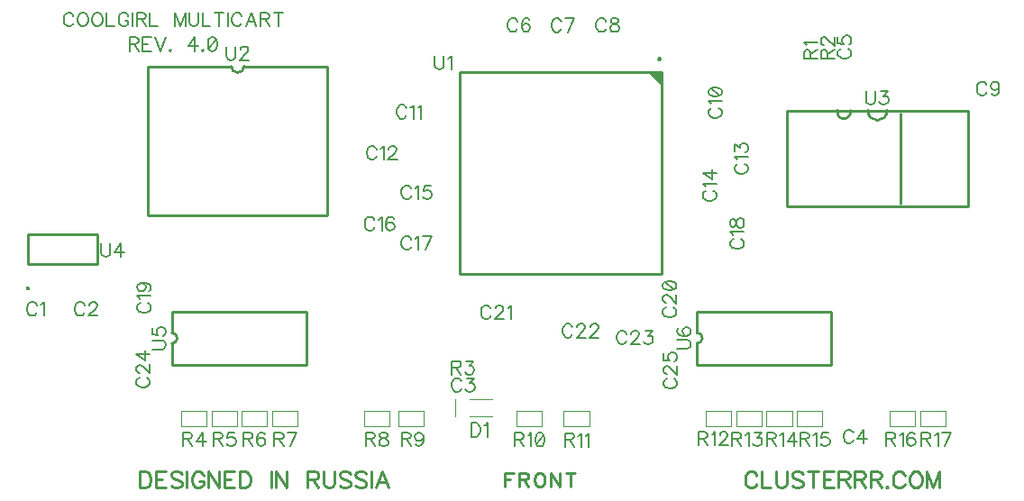
<source format=gbr>
G04 DipTrace 4.0.0.4*
G04 TopSilk.gbr*
%MOIN*%
G04 #@! TF.FileFunction,Legend,Top*
G04 #@! TF.Part,Single*
%ADD10C,0.009843*%
%ADD13C,0.004724*%
%ADD29C,0.003937*%
%ADD75C,0.00772*%
%ADD76C,0.009264*%
%ADD78C,0.010936*%
%FSLAX26Y26*%
G04*
G70*
G90*
G75*
G01*
G04 TopSilk*
%LPD*%
X2188951Y1028322D2*
D13*
X2104699D1*
X2188951Y965329D2*
X2104699D1*
X2050369Y1028715D2*
Y964936D1*
X1037524Y986541D2*
D29*
Y927073D1*
X1131421D1*
Y986541D1*
X1037524D1*
X1150024D2*
Y927073D1*
X1243921D1*
Y986541D1*
X1150024D1*
X1262522D2*
Y927073D1*
X1356420D1*
Y986541D1*
X1262522D1*
X1375024D2*
Y927073D1*
X1468921D1*
Y986541D1*
X1375024D1*
X1715492Y986545D2*
Y927077D1*
X1809390D1*
Y986545D1*
X1715492D1*
X1840492D2*
Y927077D1*
X1934390D1*
Y986545D1*
X1840492D1*
X2278012D2*
Y927077D1*
X2371909D1*
Y986545D1*
X2278012D1*
X2453012D2*
Y927077D1*
X2546909D1*
Y986545D1*
X2453012D1*
X2978012D2*
Y927077D1*
X3071909D1*
Y986545D1*
X2978012D1*
X3090492D2*
Y927077D1*
X3184390D1*
Y986545D1*
X3090492D1*
X3203012D2*
Y927077D1*
X3296909D1*
Y986545D1*
X3203012D1*
X3315492D2*
Y927077D1*
X3409390D1*
Y986545D1*
X3315492D1*
X3659272D2*
Y927077D1*
X3753169D1*
Y986545D1*
X3659272D1*
X3771752D2*
Y927077D1*
X3865650D1*
Y986545D1*
X3771752D1*
X2814552Y2239462D2*
D10*
X2066600D1*
Y1491690D1*
X2814552D1*
Y2239462D1*
G36*
X2798887Y2286775D2*
X2798954Y2287797D1*
X2799154Y2288802D1*
X2799483Y2289772D1*
X2799937Y2290691D1*
X2800506Y2291543D1*
X2801181Y2292313D1*
X2801952Y2292989D1*
X2802803Y2293558D1*
X2803722Y2294011D1*
X2804693Y2294341D1*
X2805697Y2294541D1*
X2806720Y2294608D1*
X2807742Y2294541D1*
X2808747Y2294341D1*
X2809717Y2294011D1*
X2810636Y2293558D1*
X2811488Y2292989D1*
X2812258Y2292313D1*
X2812934Y2291543D1*
X2813503Y2290691D1*
X2813956Y2289772D1*
X2814286Y2288802D1*
X2814485Y2287797D1*
X2814552Y2286775D1*
Y2286684D1*
X2814485Y2285662D1*
X2814286Y2284657D1*
X2813956Y2283687D1*
X2813503Y2282768D1*
X2812934Y2281916D1*
X2812258Y2281146D1*
X2811488Y2280470D1*
X2810636Y2279901D1*
X2809717Y2279448D1*
X2808747Y2279119D1*
X2807742Y2278919D1*
X2806720Y2278852D1*
X2805697Y2278919D1*
X2804693Y2279119D1*
X2803722Y2279448D1*
X2802803Y2279901D1*
X2801952Y2280470D1*
X2801181Y2281146D1*
X2800506Y2281916D1*
X2799937Y2282768D1*
X2799483Y2283687D1*
X2799154Y2284657D1*
X2798954Y2285662D1*
X2798887Y2286684D1*
Y2286775D1*
G37*
G36*
X2814552Y2239462D2*
X2763391D1*
X2814552Y2188391D1*
Y2239462D1*
G37*
X916186Y2259930D2*
D10*
Y1708720D1*
X1577467D1*
Y2259930D1*
X1270425D1*
X916186D2*
X1223228D1*
G03X1270425Y2259930I23598J-49D01*
G01*
X3698862Y1751238D2*
Y2085902D1*
X3701597Y2095753D2*
X3512562D1*
X3465407D2*
G03X3512562Y2095753I23577J-5634D01*
G01*
X3278360D2*
X3278277Y1743937D1*
X3278360Y1741386D2*
X3947650D1*
X3947899Y1744220D2*
X3947650Y2095753D1*
X3648475D1*
X3577535D2*
X3278360D1*
X3577535D2*
G03X3648475Y2095753I35470J33D01*
G01*
G36*
X478773Y1437773D2*
X478707Y1436768D1*
X478511Y1435780D1*
X478187Y1434825D1*
X477741Y1433922D1*
X477181Y1433084D1*
X476517Y1432327D1*
X475760Y1431662D1*
X474922Y1431103D1*
X474018Y1430657D1*
X473064Y1430333D1*
X472076Y1430137D1*
X471071Y1430071D1*
X470066Y1430137D1*
X469077Y1430333D1*
X468123Y1430657D1*
X467220Y1431103D1*
X466382Y1431662D1*
X465625Y1432327D1*
X464960Y1433084D1*
X464401Y1433922D1*
X463955Y1434826D1*
X463631Y1435780D1*
X463435Y1436768D1*
X463369Y1437773D1*
Y1437799D1*
X463435Y1438805D1*
X463631Y1439793D1*
X463955Y1440747D1*
X464401Y1441650D1*
X464960Y1442488D1*
X465625Y1443245D1*
X466382Y1443910D1*
X467220Y1444469D1*
X468123Y1444915D1*
X469077Y1445239D1*
X470066Y1445435D1*
X471071Y1445501D1*
X472076Y1445435D1*
X473064Y1445239D1*
X474018Y1444915D1*
X474922Y1444469D1*
X475760Y1443910D1*
X476517Y1443245D1*
X477181Y1442488D1*
X477741Y1441650D1*
X478187Y1440747D1*
X478511Y1439793D1*
X478707Y1438805D1*
X478773Y1437799D1*
Y1437773D1*
G37*
X470031Y1527035D2*
D10*
X729862D1*
X470031Y1637272D2*
X729862D1*
Y1527035D2*
Y1637272D1*
X470031Y1527035D2*
Y1637272D1*
X1003912Y1156000D2*
X1499957D1*
Y1352832D1*
X1003912D1*
Y1274085D1*
Y1156000D2*
Y1234747D1*
G03X1003912Y1274085I24J19669D01*
G01*
X2945678Y1155993D2*
X3441723D1*
Y1352825D1*
X2945678D1*
Y1274079D1*
Y1155993D2*
Y1234740D1*
G03X2945678Y1274079I24J19669D01*
G01*
X885833Y760850D2*
D76*
Y700562D1*
X905929D1*
X914551Y703481D1*
X920321Y709184D1*
X923173Y714955D1*
X926025Y723510D1*
Y737902D1*
X923173Y746524D1*
X920321Y752228D1*
X914551Y757998D1*
X905929Y760850D1*
X885833D1*
X981825D2*
X944552D1*
Y700562D1*
X981825D1*
X944552Y732132D2*
X967500D1*
X1040545Y752228D2*
X1034841Y757998D1*
X1026219Y760850D1*
X1014745D1*
X1006123Y757998D1*
X1000353Y752228D1*
Y746524D1*
X1003271Y740754D1*
X1006123Y737902D1*
X1011826Y735051D1*
X1029071Y729280D1*
X1034841Y726428D1*
X1037693Y723510D1*
X1040545Y717806D1*
Y709184D1*
X1034841Y703481D1*
X1026219Y700562D1*
X1014745D1*
X1006123Y703481D1*
X1000353Y709184D1*
X1059072Y760850D2*
Y700562D1*
X1120643Y746524D2*
X1117791Y752228D1*
X1112021Y757998D1*
X1106317Y760850D1*
X1094843D1*
X1089073Y757998D1*
X1083369Y752228D1*
X1080451Y746524D1*
X1077599Y737902D1*
Y723510D1*
X1080451Y714955D1*
X1083369Y709184D1*
X1089073Y703481D1*
X1094843Y700562D1*
X1106317D1*
X1112021Y703481D1*
X1117791Y709184D1*
X1120643Y714955D1*
Y723510D1*
X1106317D1*
X1179362Y760850D2*
Y700562D1*
X1139170Y760850D1*
Y700562D1*
X1235163Y760850D2*
X1197889D1*
Y700562D1*
X1235163D1*
X1197889Y732132D2*
X1220837D1*
X1253690Y760850D2*
Y700562D1*
X1273786D1*
X1282408Y703481D1*
X1288178Y709184D1*
X1291030Y714955D1*
X1293882Y723510D1*
Y737902D1*
X1291030Y746524D1*
X1288178Y752228D1*
X1282408Y757998D1*
X1273786Y760850D1*
X1253690D1*
X1370730D2*
Y700562D1*
X1429449Y760850D2*
Y700562D1*
X1389257Y760850D1*
Y700562D1*
X1506297Y732132D2*
X1532097D1*
X1540719Y735051D1*
X1543637Y737902D1*
X1546489Y743606D1*
Y749376D1*
X1543637Y755080D1*
X1540719Y757998D1*
X1532097Y760850D1*
X1506297D1*
Y700562D1*
X1526393Y732132D2*
X1546489Y700562D1*
X1565016Y760850D2*
Y717806D1*
X1567868Y709184D1*
X1573638Y703481D1*
X1582261Y700562D1*
X1587964D1*
X1596586Y703481D1*
X1602357Y709184D1*
X1605208Y717806D1*
Y760850D1*
X1663928Y752228D2*
X1658224Y757998D1*
X1649602Y760850D1*
X1638128D1*
X1629506Y757998D1*
X1623736Y752228D1*
Y746524D1*
X1626654Y740754D1*
X1629506Y737902D1*
X1635209Y735051D1*
X1652454Y729280D1*
X1658224Y726428D1*
X1661076Y723510D1*
X1663928Y717806D1*
Y709184D1*
X1658224Y703481D1*
X1649602Y700562D1*
X1638128D1*
X1629506Y703481D1*
X1623736Y709184D1*
X1722647Y752228D2*
X1716943Y757998D1*
X1708321Y760850D1*
X1696847D1*
X1688225Y757998D1*
X1682455Y752228D1*
Y746524D1*
X1685373Y740754D1*
X1688225Y737902D1*
X1693929Y735051D1*
X1711173Y729280D1*
X1716943Y726428D1*
X1719795Y723510D1*
X1722647Y717806D1*
Y709184D1*
X1716943Y703481D1*
X1708321Y700562D1*
X1696847D1*
X1688225Y703481D1*
X1682455Y709184D1*
X1741174Y760850D2*
Y700562D1*
X1805663D2*
X1782649Y760850D1*
X1759701Y700562D1*
X1768323Y720658D2*
X1797041D1*
X3166378Y746526D2*
X3163526Y752230D1*
X3157756Y758000D1*
X3152052Y760852D1*
X3140578D1*
X3134808Y758000D1*
X3129104Y752230D1*
X3126186Y746526D1*
X3123334Y737904D1*
Y723512D1*
X3126186Y714956D1*
X3129104Y709186D1*
X3134808Y703482D1*
X3140578Y700564D1*
X3152052D1*
X3157756Y703482D1*
X3163526Y709186D1*
X3166378Y714956D1*
X3184905Y760852D2*
Y700564D1*
X3219327D1*
X3237854Y760852D2*
Y717808D1*
X3240706Y709186D1*
X3246476Y703482D1*
X3255098Y700564D1*
X3260802D1*
X3269424Y703482D1*
X3275194Y709186D1*
X3278046Y717808D1*
Y760852D1*
X3336765Y752230D2*
X3331061Y758000D1*
X3322439Y760852D1*
X3310965D1*
X3302343Y758000D1*
X3296573Y752230D1*
Y746526D1*
X3299491Y740756D1*
X3302343Y737904D1*
X3308047Y735052D1*
X3325291Y729282D1*
X3331061Y726430D1*
X3333913Y723512D1*
X3336765Y717808D1*
Y709186D1*
X3331061Y703482D1*
X3322439Y700564D1*
X3310965D1*
X3302343Y703482D1*
X3296573Y709186D1*
X3375388Y760852D2*
Y700564D1*
X3355292Y760852D2*
X3395484D1*
X3451285D2*
X3414011D1*
Y700564D1*
X3451285D1*
X3414011Y732134D2*
X3436959D1*
X3469812D2*
X3495612D1*
X3504234Y735052D1*
X3507152Y737904D1*
X3510004Y743608D1*
Y749378D1*
X3507152Y755082D1*
X3504234Y758000D1*
X3495612Y760852D1*
X3469812D1*
Y700564D1*
X3489908Y732134D2*
X3510004Y700564D1*
X3528531Y732134D2*
X3554331D1*
X3562953Y735052D1*
X3565871Y737904D1*
X3568723Y743608D1*
Y749378D1*
X3565871Y755082D1*
X3562953Y758000D1*
X3554331Y760852D1*
X3528531D1*
Y700564D1*
X3548627Y732134D2*
X3568723Y700564D1*
X3587250Y732134D2*
X3613050D1*
X3621672Y735052D1*
X3624590Y737904D1*
X3627442Y743608D1*
Y749378D1*
X3624590Y755082D1*
X3621672Y758000D1*
X3613050Y760852D1*
X3587250D1*
Y700564D1*
X3607346Y732134D2*
X3627442Y700564D1*
X3648821Y706334D2*
X3645969Y703416D1*
X3648821Y700564D1*
X3651739Y703416D1*
X3648821Y706334D1*
X3713310Y746526D2*
X3710459Y752230D1*
X3704688Y758000D1*
X3698985Y760852D1*
X3687511D1*
X3681741Y758000D1*
X3676037Y752230D1*
X3673118Y746526D1*
X3670267Y737904D1*
Y723512D1*
X3673118Y714956D1*
X3676037Y709186D1*
X3681741Y703482D1*
X3687511Y700564D1*
X3698985D1*
X3704688Y703482D1*
X3710459Y709186D1*
X3713310Y714956D1*
X3749082Y760852D2*
X3743312Y758000D1*
X3737608Y752230D1*
X3734689Y746526D1*
X3731838Y737904D1*
Y723512D1*
X3734689Y714956D1*
X3737608Y709186D1*
X3743312Y703482D1*
X3749082Y700564D1*
X3760556D1*
X3766259Y703482D1*
X3772030Y709186D1*
X3774881Y714956D1*
X3777733Y723512D1*
Y737904D1*
X3774881Y746526D1*
X3772030Y752230D1*
X3766259Y758000D1*
X3760556Y760852D1*
X3749082D1*
X3842156Y700564D2*
Y760852D1*
X3819208Y700564D1*
X3796260Y760852D1*
Y700564D1*
X639682Y2446056D2*
D75*
X637306Y2450809D1*
X632497Y2455617D1*
X627744Y2457994D1*
X618183D1*
X613374Y2455617D1*
X608621Y2450809D1*
X606189Y2446056D1*
X603813Y2438871D1*
Y2426877D1*
X606189Y2419748D1*
X608621Y2414939D1*
X613374Y2410186D1*
X618183Y2407754D1*
X627744D1*
X632497Y2410186D1*
X637306Y2414939D1*
X639682Y2419748D1*
X669492Y2457994D2*
X664683Y2455617D1*
X659930Y2450809D1*
X657498Y2446056D1*
X655122Y2438871D1*
Y2426877D1*
X657498Y2419748D1*
X659930Y2414939D1*
X664683Y2410186D1*
X669492Y2407754D1*
X679053D1*
X683807Y2410186D1*
X688615Y2414939D1*
X690992Y2419748D1*
X693368Y2426877D1*
Y2438871D1*
X690992Y2446056D1*
X688615Y2450809D1*
X683807Y2455617D1*
X679053Y2457994D1*
X669492D1*
X723178D2*
X718369Y2455617D1*
X713616Y2450809D1*
X711184Y2446056D1*
X708808Y2438871D1*
Y2426877D1*
X711184Y2419748D1*
X713616Y2414939D1*
X718369Y2410186D1*
X723178Y2407754D1*
X732739D1*
X737492Y2410186D1*
X742301Y2414939D1*
X744677Y2419748D1*
X747054Y2426877D1*
Y2438871D1*
X744677Y2446056D1*
X742301Y2450809D1*
X737492Y2455617D1*
X732739Y2457994D1*
X723178D1*
X762493D2*
Y2407754D1*
X791178D1*
X842487Y2446056D2*
X840111Y2450809D1*
X835302Y2455617D1*
X830549Y2457994D1*
X820987D1*
X816179Y2455617D1*
X811426Y2450809D1*
X808994Y2446056D1*
X806617Y2438871D1*
Y2426877D1*
X808994Y2419748D1*
X811426Y2414939D1*
X816179Y2410186D1*
X820987Y2407754D1*
X830549D1*
X835302Y2410186D1*
X840111Y2414939D1*
X842487Y2419748D1*
Y2426877D1*
X830549D1*
X857927Y2457994D2*
Y2407754D1*
X873366Y2434062D2*
X894866D1*
X902051Y2436494D1*
X904483Y2438871D1*
X906859Y2443624D1*
Y2448432D1*
X904483Y2453186D1*
X902051Y2455617D1*
X894866Y2457994D1*
X873366D1*
Y2407754D1*
X890112Y2434062D2*
X906859Y2407754D1*
X922298Y2457994D2*
Y2407754D1*
X950983D1*
X1053270D2*
Y2457994D1*
X1034147Y2407754D1*
X1015024Y2457994D1*
Y2407754D1*
X1068709Y2457994D2*
Y2422124D1*
X1071086Y2414939D1*
X1075894Y2410186D1*
X1083079Y2407754D1*
X1087833D1*
X1095018Y2410186D1*
X1099826Y2414939D1*
X1102203Y2422124D1*
Y2457994D1*
X1117642D2*
Y2407754D1*
X1146327D1*
X1178513Y2457994D2*
Y2407754D1*
X1161766Y2457994D2*
X1195259D1*
X1210699D2*
Y2407754D1*
X1262008Y2446056D2*
X1259631Y2450809D1*
X1254823Y2455617D1*
X1250070Y2457994D1*
X1240508D1*
X1235699Y2455617D1*
X1230946Y2450809D1*
X1228514Y2446056D1*
X1226138Y2438871D1*
Y2426877D1*
X1228514Y2419748D1*
X1230946Y2414939D1*
X1235699Y2410186D1*
X1240508Y2407754D1*
X1250070D1*
X1254823Y2410186D1*
X1259631Y2414939D1*
X1262008Y2419748D1*
X1315749Y2407754D2*
X1296570Y2457994D1*
X1277447Y2407754D1*
X1284632Y2424501D2*
X1308564D1*
X1331188Y2434062D2*
X1352688D1*
X1359873Y2436494D1*
X1362305Y2438871D1*
X1364681Y2443624D1*
Y2448432D1*
X1362305Y2453186D1*
X1359873Y2455617D1*
X1352688Y2457994D1*
X1331188D1*
Y2407754D1*
X1347935Y2434062D2*
X1364681Y2407754D1*
X1396867Y2457994D2*
Y2407754D1*
X1380121Y2457994D2*
X1413614D1*
X847204Y2343032D2*
X868704D1*
X875889Y2345463D1*
X878321Y2347840D1*
X880698Y2352593D1*
Y2357402D1*
X878321Y2362155D1*
X875889Y2364587D1*
X868704Y2366963D1*
X847204D1*
Y2316723D1*
X863951Y2343032D2*
X880698Y2316723D1*
X927198Y2366963D2*
X896137D1*
Y2316723D1*
X927198D1*
X896137Y2343032D2*
X915260D1*
X942638Y2366963D2*
X961761Y2316723D1*
X980884Y2366963D1*
X998700Y2321532D2*
X996323Y2319100D1*
X998700Y2316723D1*
X1001132Y2319100D1*
X998700Y2321532D1*
X1089104Y2316723D2*
Y2366908D1*
X1065172Y2333470D1*
X1101042D1*
X1118858Y2321532D2*
X1116481Y2319100D1*
X1118858Y2316723D1*
X1121290Y2319100D1*
X1118858Y2321532D1*
X1151099Y2366908D2*
X1143914Y2364531D1*
X1139105Y2357346D1*
X1136729Y2345408D1*
Y2338223D1*
X1139105Y2326285D1*
X1143914Y2319100D1*
X1151099Y2316723D1*
X1155852D1*
X1163037Y2319100D1*
X1167790Y2326285D1*
X1170222Y2338223D1*
Y2345408D1*
X1167790Y2357346D1*
X1163037Y2364531D1*
X1155852Y2366908D1*
X1151099D1*
X1167790Y2357346D2*
X1139105Y2326285D1*
X2267493Y755211D2*
D78*
X2236376D1*
Y704971D1*
Y731280D2*
X2255499D1*
X2289365D2*
X2310865D1*
X2318050Y733711D1*
X2320482Y736088D1*
X2322859Y740841D1*
Y745650D1*
X2320482Y750403D1*
X2318050Y752835D1*
X2310865Y755211D1*
X2289365D1*
Y704971D1*
X2306112Y731280D2*
X2322859Y704971D1*
X2359101Y755211D2*
X2354292Y752835D1*
X2349539Y748026D1*
X2347107Y743273D1*
X2344731Y736088D1*
Y724095D1*
X2347107Y716965D1*
X2349539Y712156D1*
X2354292Y707403D1*
X2359101Y704971D1*
X2368663D1*
X2373416Y707403D1*
X2378224Y712156D1*
X2380601Y716965D1*
X2382977Y724095D1*
Y736088D1*
X2380601Y743273D1*
X2378224Y748026D1*
X2373416Y752835D1*
X2368663Y755211D1*
X2359101D1*
X2438343D2*
Y704971D1*
X2404850Y755211D1*
Y704971D1*
X2476962Y755211D2*
Y704971D1*
X2460215Y755211D2*
X2493709D1*
X504170Y1375925D2*
D75*
X501793Y1380678D1*
X496985Y1385487D1*
X492232Y1387863D1*
X482670D1*
X477862Y1385487D1*
X473109Y1380678D1*
X470677Y1375925D1*
X468300Y1368740D1*
Y1356747D1*
X470677Y1349617D1*
X473109Y1344809D1*
X477862Y1340055D1*
X482670Y1337623D1*
X492232D1*
X496985Y1340055D1*
X501793Y1344809D1*
X504170Y1349617D1*
X519609Y1378247D2*
X524418Y1380678D1*
X531603Y1387808D1*
Y1337623D1*
X680920Y1375925D2*
X678544Y1380678D1*
X673735Y1385487D1*
X668982Y1387863D1*
X659420D1*
X654612Y1385487D1*
X649859Y1380678D1*
X647427Y1375925D1*
X645050Y1368740D1*
Y1356747D1*
X647427Y1349617D1*
X649859Y1344809D1*
X654612Y1340055D1*
X659420Y1337623D1*
X668982D1*
X673735Y1340055D1*
X678544Y1344809D1*
X680920Y1349617D1*
X698791Y1375870D2*
Y1378247D1*
X701168Y1383055D1*
X703544Y1385432D1*
X708353Y1387808D1*
X717914D1*
X722668Y1385432D1*
X725044Y1383055D1*
X727476Y1378247D1*
Y1373493D1*
X725044Y1368685D1*
X720291Y1361555D1*
X696359Y1337623D1*
X729853D1*
X2074310Y1094428D2*
X2071933Y1099181D1*
X2067125Y1103990D1*
X2062372Y1106366D1*
X2052810D1*
X2048002Y1103990D1*
X2043248Y1099181D1*
X2040817Y1094428D1*
X2038440Y1087243D1*
Y1075249D1*
X2040817Y1068120D1*
X2043248Y1063311D1*
X2048002Y1058558D1*
X2052810Y1056126D1*
X2062372D1*
X2067125Y1058558D1*
X2071933Y1063311D1*
X2074310Y1068120D1*
X2094558Y1106311D2*
X2120811D1*
X2106496Y1087188D1*
X2113681D1*
X2118434Y1084811D1*
X2120811Y1082434D1*
X2123242Y1075249D1*
Y1070496D1*
X2120811Y1063311D1*
X2116057Y1058503D1*
X2108872Y1056126D1*
X2101687D1*
X2094558Y1058503D1*
X2092181Y1060935D1*
X2089749Y1065688D1*
X3523481Y903706D2*
X3521105Y908459D1*
X3516296Y913268D1*
X3511543Y915644D1*
X3501981D1*
X3497173Y913268D1*
X3492420Y908459D1*
X3489988Y903706D1*
X3487611Y896521D1*
Y884528D1*
X3489988Y877398D1*
X3492420Y872589D1*
X3497173Y867836D1*
X3501981Y865404D1*
X3511543D1*
X3516296Y867836D1*
X3521105Y872589D1*
X3523481Y877398D1*
X3562852Y865404D2*
Y915589D1*
X3538920Y882151D1*
X3574790D1*
X3478010Y2324668D2*
X3473257Y2322292D1*
X3468449Y2317483D1*
X3466072Y2312730D1*
Y2303168D1*
X3468449Y2298360D1*
X3473257Y2293607D1*
X3478010Y2291175D1*
X3485195Y2288798D1*
X3497189D1*
X3504319Y2291175D1*
X3509127Y2293607D1*
X3513880Y2298360D1*
X3516312Y2303168D1*
Y2312730D1*
X3513880Y2317483D1*
X3509127Y2322292D1*
X3504319Y2324668D1*
X3466127Y2368792D2*
Y2344916D1*
X3487627Y2342539D1*
X3485251Y2344916D1*
X3482819Y2352101D1*
Y2359231D1*
X3485251Y2366416D1*
X3490004Y2371224D1*
X3497189Y2373601D1*
X3501942D1*
X3509127Y2371224D1*
X3513936Y2366416D1*
X3516312Y2359231D1*
Y2352101D1*
X3513936Y2344916D1*
X3511504Y2342539D1*
X3506751Y2340107D1*
X2282136Y2425581D2*
X2279759Y2430335D1*
X2274951Y2435143D1*
X2270198Y2437520D1*
X2260636D1*
X2255828Y2435143D1*
X2251075Y2430335D1*
X2248643Y2425581D1*
X2246266Y2418396D1*
Y2406403D1*
X2248643Y2399273D1*
X2251075Y2394465D1*
X2255828Y2389712D1*
X2260636Y2387280D1*
X2270198D1*
X2274951Y2389712D1*
X2279759Y2394465D1*
X2282136Y2399273D1*
X2326260Y2430335D2*
X2323884Y2435088D1*
X2316699Y2437464D1*
X2311945D1*
X2304760Y2435088D1*
X2299952Y2427903D1*
X2297575Y2415965D1*
Y2404026D1*
X2299952Y2394465D1*
X2304760Y2389656D1*
X2311945Y2387280D1*
X2314322D1*
X2321452Y2389656D1*
X2326260Y2394465D1*
X2328637Y2401650D1*
Y2404026D1*
X2326260Y2411211D1*
X2321452Y2415965D1*
X2314322Y2418341D1*
X2311945D1*
X2304760Y2415965D1*
X2299952Y2411211D1*
X2297575Y2404026D1*
X2443420Y2425016D2*
X2441044Y2429769D1*
X2436235Y2434577D1*
X2431482Y2436954D1*
X2421920D1*
X2417112Y2434577D1*
X2412359Y2429769D1*
X2409927Y2425016D1*
X2407550Y2417831D1*
Y2405837D1*
X2409927Y2398708D1*
X2412359Y2393899D1*
X2417112Y2389146D1*
X2421920Y2386714D1*
X2431482D1*
X2436235Y2389146D1*
X2441044Y2393899D1*
X2443420Y2398708D1*
X2468421Y2386714D2*
X2492353Y2436899D1*
X2458859D1*
X2609072Y2425581D2*
X2606696Y2430335D1*
X2601887Y2435143D1*
X2597134Y2437520D1*
X2587573D1*
X2582764Y2435143D1*
X2578011Y2430335D1*
X2575579Y2425581D1*
X2573202Y2418396D1*
Y2406403D1*
X2575579Y2399273D1*
X2578011Y2394465D1*
X2582764Y2389712D1*
X2587573Y2387280D1*
X2597134D1*
X2601887Y2389712D1*
X2606696Y2394465D1*
X2609072Y2399273D1*
X2636450Y2437464D2*
X2629320Y2435088D1*
X2626888Y2430335D1*
Y2425526D1*
X2629320Y2420773D1*
X2634073Y2418341D1*
X2643635Y2415965D1*
X2650820Y2413588D1*
X2655573Y2408780D1*
X2657950Y2404026D1*
Y2396841D1*
X2655573Y2392088D1*
X2653197Y2389656D1*
X2646012Y2387280D1*
X2636450D1*
X2629320Y2389656D1*
X2626888Y2392088D1*
X2624512Y2396841D1*
Y2404026D1*
X2626888Y2408780D1*
X2631697Y2413588D1*
X2638826Y2415965D1*
X2648388Y2418341D1*
X2653197Y2420773D1*
X2655573Y2425526D1*
Y2430335D1*
X2653197Y2435088D1*
X2646012Y2437464D1*
X2636450D1*
X4016484Y2190639D2*
X4014107Y2195392D1*
X4009299Y2200201D1*
X4004546Y2202577D1*
X3994984D1*
X3990175Y2200201D1*
X3985422Y2195392D1*
X3982990Y2190639D1*
X3980614Y2183454D1*
Y2171461D1*
X3982990Y2164331D1*
X3985422Y2159522D1*
X3990175Y2154769D1*
X3994984Y2152337D1*
X4004546D1*
X4009299Y2154769D1*
X4014107Y2159522D1*
X4016484Y2164331D1*
X4063040Y2185831D2*
X4060608Y2178646D1*
X4055855Y2173837D1*
X4048670Y2171461D1*
X4046293D1*
X4039108Y2173837D1*
X4034355Y2178646D1*
X4031923Y2185831D1*
Y2188207D1*
X4034355Y2195392D1*
X4039108Y2200146D1*
X4046293Y2202522D1*
X4048670D1*
X4055855Y2200146D1*
X4060608Y2195392D1*
X4063040Y2185831D1*
Y2173837D1*
X4060608Y2161899D1*
X4055855Y2154714D1*
X4048670Y2152337D1*
X4043916D1*
X4036731Y2154714D1*
X4034355Y2159522D1*
X2999495Y2105511D2*
X2994741Y2103134D1*
X2989933Y2098326D1*
X2987556Y2093573D1*
Y2084011D1*
X2989933Y2079203D1*
X2994741Y2074449D1*
X2999495Y2072017D1*
X3006680Y2069641D1*
X3018673D1*
X3025803Y2072017D1*
X3030611Y2074449D1*
X3035365Y2079203D1*
X3037796Y2084011D1*
Y2093573D1*
X3035365Y2098326D1*
X3030611Y2103134D1*
X3025803Y2105511D1*
X2997173Y2120950D2*
X2994741Y2125759D1*
X2987612Y2132944D1*
X3037796D1*
X2987612Y2162753D2*
X2989988Y2155568D1*
X2997173Y2150759D1*
X3009112Y2148383D1*
X3016297D1*
X3028235Y2150759D1*
X3035420Y2155568D1*
X3037796Y2162753D1*
Y2167506D1*
X3035420Y2174691D1*
X3028235Y2179444D1*
X3016297Y2181876D1*
X3009112D1*
X2997173Y2179444D1*
X2989988Y2174691D1*
X2987612Y2167506D1*
Y2162753D1*
X2997173Y2179444D2*
X3028235Y2150759D1*
X1870954Y2104865D2*
X1868577Y2109618D1*
X1863769Y2114427D1*
X1859015Y2116803D1*
X1849454D1*
X1844645Y2114427D1*
X1839892Y2109618D1*
X1837460Y2104865D1*
X1835084Y2097680D1*
Y2085686D1*
X1837460Y2078557D1*
X1839892Y2073748D1*
X1844645Y2068995D1*
X1849454Y2066563D1*
X1859015D1*
X1863769Y2068995D1*
X1868577Y2073748D1*
X1870954Y2078557D1*
X1886393Y2107186D2*
X1891201Y2109618D1*
X1898386Y2116748D1*
Y2066563D1*
X1913826Y2107186D2*
X1918634Y2109618D1*
X1925819Y2116748D1*
Y2066563D1*
X1760326Y1953400D2*
X1757949Y1958154D1*
X1753141Y1962962D1*
X1748388Y1965339D1*
X1738826D1*
X1734017Y1962962D1*
X1729264Y1958154D1*
X1726832Y1953400D1*
X1724456Y1946215D1*
Y1934222D1*
X1726832Y1927092D1*
X1729264Y1922284D1*
X1734017Y1917530D1*
X1738826Y1915099D1*
X1748388D1*
X1753141Y1917530D1*
X1757949Y1922284D1*
X1760326Y1927092D1*
X1775765Y1955722D2*
X1780573Y1958154D1*
X1787759Y1965283D1*
Y1915099D1*
X1805630Y1953345D2*
Y1955722D1*
X1808006Y1960530D1*
X1810383Y1962907D1*
X1815191Y1965283D1*
X1824753D1*
X1829506Y1962907D1*
X1831883Y1960530D1*
X1834315Y1955722D1*
Y1950968D1*
X1831883Y1946160D1*
X1827129Y1939030D1*
X1803198Y1915099D1*
X1836691D1*
X3096195Y1898454D2*
X3091442Y1896078D1*
X3086634Y1891269D1*
X3084257Y1886516D1*
Y1876955D1*
X3086634Y1872146D1*
X3091442Y1867393D1*
X3096195Y1864961D1*
X3103380Y1862584D1*
X3115374D1*
X3122504Y1864961D1*
X3127312Y1867393D1*
X3132065Y1872146D1*
X3134497Y1876955D1*
Y1886516D1*
X3132065Y1891269D1*
X3127312Y1896078D1*
X3122504Y1898454D1*
X3093874Y1913894D2*
X3091442Y1918702D1*
X3084313Y1925887D1*
X3134497D1*
X3084313Y1946135D2*
Y1972388D1*
X3103436Y1958073D1*
Y1965258D1*
X3105812Y1970011D1*
X3108189Y1972388D1*
X3115374Y1974820D1*
X3120127D1*
X3127312Y1972388D1*
X3132121Y1967635D1*
X3134497Y1960450D1*
Y1953265D1*
X3132121Y1946135D1*
X3129689Y1943758D1*
X3124936Y1941326D1*
X2979174Y1799225D2*
X2974421Y1796849D1*
X2969613Y1792040D1*
X2967236Y1787287D1*
Y1777726D1*
X2969613Y1772917D1*
X2974421Y1768164D1*
X2979174Y1765732D1*
X2986359Y1763355D1*
X2998353D1*
X3005483Y1765732D1*
X3010291Y1768164D1*
X3015044Y1772917D1*
X3017476Y1777726D1*
Y1787287D1*
X3015044Y1792040D1*
X3010291Y1796849D1*
X3005483Y1799225D1*
X2976853Y1814665D2*
X2974421Y1819473D1*
X2967292Y1826658D1*
X3017476D1*
Y1866029D2*
X2967292D1*
X3000730Y1842097D1*
Y1877967D1*
X1889079Y1806831D2*
X1886702Y1811584D1*
X1881894Y1816392D1*
X1877141Y1818769D1*
X1867579D1*
X1862771Y1816392D1*
X1858018Y1811584D1*
X1855586Y1806831D1*
X1853209Y1799646D1*
Y1787652D1*
X1855586Y1780522D1*
X1858018Y1775714D1*
X1862771Y1770961D1*
X1867579Y1768529D1*
X1877141D1*
X1881894Y1770961D1*
X1886702Y1775714D1*
X1889079Y1780522D1*
X1904518Y1809152D2*
X1909327Y1811584D1*
X1916512Y1818714D1*
Y1768529D1*
X1960636Y1818714D2*
X1936760D1*
X1934383Y1797214D1*
X1936760Y1799590D1*
X1943945Y1802022D1*
X1951074D1*
X1958259Y1799590D1*
X1963068Y1794837D1*
X1965444Y1787652D1*
Y1782899D1*
X1963068Y1775714D1*
X1958259Y1770906D1*
X1951074Y1768529D1*
X1943945D1*
X1936760Y1770906D1*
X1934383Y1773337D1*
X1931951Y1778091D1*
X1752794Y1690642D2*
X1750417Y1695395D1*
X1745609Y1700203D1*
X1740855Y1702580D1*
X1731294D1*
X1726485Y1700203D1*
X1721732Y1695395D1*
X1719300Y1690642D1*
X1716924Y1683457D1*
Y1671463D1*
X1719300Y1664334D1*
X1721732Y1659525D1*
X1726485Y1654772D1*
X1731294Y1652340D1*
X1740855D1*
X1745609Y1654772D1*
X1750417Y1659525D1*
X1752794Y1664334D1*
X1768233Y1692963D2*
X1773041Y1695395D1*
X1780226Y1702525D1*
Y1652340D1*
X1824351Y1695395D2*
X1821974Y1700148D1*
X1814789Y1702525D1*
X1810036D1*
X1802851Y1700148D1*
X1798042Y1692963D1*
X1795666Y1681025D1*
Y1669087D1*
X1798042Y1659525D1*
X1802851Y1654717D1*
X1810036Y1652340D1*
X1812412D1*
X1819542Y1654717D1*
X1824351Y1659525D1*
X1826727Y1666710D1*
Y1669087D1*
X1824351Y1676272D1*
X1819542Y1681025D1*
X1812412Y1683402D1*
X1810036D1*
X1802851Y1681025D1*
X1798042Y1676272D1*
X1795666Y1669087D1*
X1889078Y1619331D2*
X1886701Y1624084D1*
X1881893Y1628892D1*
X1877140Y1631269D1*
X1867578D1*
X1862769Y1628892D1*
X1858016Y1624084D1*
X1855584Y1619331D1*
X1853208Y1612146D1*
Y1600152D1*
X1855584Y1593022D1*
X1858016Y1588214D1*
X1862769Y1583461D1*
X1867578Y1581029D1*
X1877140D1*
X1881893Y1583461D1*
X1886701Y1588214D1*
X1889078Y1593022D1*
X1904517Y1621652D2*
X1909325Y1624084D1*
X1916510Y1631214D1*
Y1581029D1*
X1941511D2*
X1965443Y1631214D1*
X1931950D1*
X3080829Y1620447D2*
X3076076Y1618070D1*
X3071268Y1613262D1*
X3068891Y1608508D1*
Y1598947D1*
X3071268Y1594138D1*
X3076076Y1589385D1*
X3080829Y1586953D1*
X3088014Y1584577D1*
X3100008D1*
X3107138Y1586953D1*
X3111946Y1589385D1*
X3116699Y1594138D1*
X3119131Y1598947D1*
Y1608508D1*
X3116699Y1613262D1*
X3111946Y1618070D1*
X3107138Y1620447D1*
X3078508Y1635886D2*
X3076076Y1640694D1*
X3068946Y1647879D1*
X3119131D1*
X3068946Y1675257D2*
X3071323Y1668127D1*
X3076076Y1665695D1*
X3080885D1*
X3085638Y1668127D1*
X3088070Y1672880D1*
X3090446Y1682442D1*
X3092823Y1689627D1*
X3097631Y1694380D1*
X3102384Y1696757D1*
X3109569D1*
X3114323Y1694380D1*
X3116755Y1692003D1*
X3119131Y1684818D1*
Y1675257D1*
X3116755Y1668127D1*
X3114323Y1665695D1*
X3109569Y1663319D1*
X3102384D1*
X3097631Y1665695D1*
X3092823Y1670504D1*
X3090446Y1677633D1*
X3088070Y1687195D1*
X3085638Y1692003D1*
X3080885Y1694380D1*
X3076076D1*
X3071323Y1692003D1*
X3068946Y1684818D1*
Y1675257D1*
X887387Y1384412D2*
X882634Y1382035D1*
X877825Y1377227D1*
X875449Y1372474D1*
Y1362912D1*
X877825Y1358103D1*
X882634Y1353350D1*
X887387Y1350918D1*
X894572Y1348542D1*
X906566D1*
X913695Y1350918D1*
X918504Y1353350D1*
X923257Y1358103D1*
X925689Y1362912D1*
Y1372474D1*
X923257Y1377227D1*
X918504Y1382035D1*
X913695Y1384412D1*
X885066Y1399851D2*
X882634Y1404659D1*
X875504Y1411844D1*
X925689D1*
X892196Y1458400D2*
X899381Y1455969D1*
X904189Y1451215D1*
X906566Y1444030D1*
Y1441654D1*
X904189Y1434469D1*
X899381Y1429716D1*
X892196Y1427284D1*
X889819D1*
X882634Y1429716D1*
X877881Y1434469D1*
X875504Y1441654D1*
Y1444030D1*
X877881Y1451215D1*
X882634Y1455969D1*
X892196Y1458400D1*
X904189D1*
X916127Y1455969D1*
X923312Y1451215D1*
X925689Y1444030D1*
Y1439277D1*
X923312Y1432092D1*
X918504Y1429716D1*
X2831135Y1367571D2*
X2826382Y1365194D1*
X2821573Y1360386D1*
X2819197Y1355632D1*
Y1346071D1*
X2821573Y1341262D1*
X2826382Y1336509D1*
X2831135Y1334077D1*
X2838320Y1331701D1*
X2850314D1*
X2857443Y1334077D1*
X2862252Y1336509D1*
X2867005Y1341262D1*
X2869437Y1346071D1*
Y1355632D1*
X2867005Y1360386D1*
X2862252Y1365194D1*
X2857443Y1367571D1*
X2831190Y1385442D2*
X2828814D1*
X2824005Y1387818D1*
X2821629Y1390195D1*
X2819252Y1395003D1*
Y1404565D1*
X2821629Y1409318D1*
X2824005Y1411695D1*
X2828814Y1414127D1*
X2833567D1*
X2838375Y1411695D1*
X2845505Y1406942D1*
X2869437Y1383010D1*
Y1416503D1*
X2819252Y1446313D2*
X2821629Y1439127D1*
X2828814Y1434319D1*
X2840752Y1431942D1*
X2847937D1*
X2859875Y1434319D1*
X2867060Y1439127D1*
X2869437Y1446313D1*
Y1451066D1*
X2867060Y1458251D1*
X2859875Y1463004D1*
X2847937Y1465436D1*
X2840752D1*
X2828814Y1463004D1*
X2821629Y1458251D1*
X2819252Y1451066D1*
Y1446313D1*
X2828814Y1463004D2*
X2859875Y1434319D1*
X2182828Y1363588D2*
X2180452Y1368341D1*
X2175643Y1373150D1*
X2170890Y1375526D1*
X2161329D1*
X2156520Y1373150D1*
X2151767Y1368341D1*
X2149335Y1363588D1*
X2146958Y1356403D1*
Y1344409D1*
X2149335Y1337280D1*
X2151767Y1332471D1*
X2156520Y1327718D1*
X2161329Y1325286D1*
X2170890D1*
X2175643Y1327718D1*
X2180452Y1332471D1*
X2182828Y1337280D1*
X2200700Y1363533D2*
Y1365909D1*
X2203076Y1370718D1*
X2205453Y1373094D1*
X2210261Y1375471D1*
X2219823D1*
X2224576Y1373094D1*
X2226953Y1370718D1*
X2229384Y1365909D1*
Y1361156D1*
X2226953Y1356348D1*
X2222199Y1349218D1*
X2198268Y1325286D1*
X2231761D1*
X2247200Y1365909D2*
X2252009Y1368341D1*
X2259194Y1375471D1*
Y1325286D1*
X2485009Y1294945D2*
X2482632Y1299698D1*
X2477824Y1304507D1*
X2473071Y1306883D1*
X2463509D1*
X2458701Y1304507D1*
X2453947Y1299698D1*
X2451516Y1294945D1*
X2449139Y1287760D1*
Y1275766D1*
X2451516Y1268637D1*
X2453947Y1263828D1*
X2458701Y1259075D1*
X2463509Y1256643D1*
X2473071D1*
X2477824Y1259075D1*
X2482632Y1263828D1*
X2485009Y1268637D1*
X2502880Y1294890D2*
Y1297266D1*
X2505257Y1302075D1*
X2507633Y1304451D1*
X2512442Y1306828D1*
X2522003D1*
X2526756Y1304451D1*
X2529133Y1302075D1*
X2531565Y1297266D1*
Y1292513D1*
X2529133Y1287705D1*
X2524380Y1280575D1*
X2500448Y1256643D1*
X2533942D1*
X2551813Y1294890D2*
Y1297266D1*
X2554189Y1302075D1*
X2556566Y1304451D1*
X2561374Y1306828D1*
X2570936D1*
X2575689Y1304451D1*
X2578066Y1302075D1*
X2580498Y1297266D1*
Y1292513D1*
X2578066Y1287705D1*
X2573312Y1280575D1*
X2549381Y1256643D1*
X2582874D1*
X2685009Y1269945D2*
X2682632Y1274698D1*
X2677824Y1279507D1*
X2673071Y1281883D1*
X2663509D1*
X2658701Y1279507D1*
X2653947Y1274698D1*
X2651516Y1269945D1*
X2649139Y1262760D1*
Y1250766D1*
X2651516Y1243637D1*
X2653947Y1238828D1*
X2658701Y1234075D1*
X2663509Y1231643D1*
X2673071D1*
X2677824Y1234075D1*
X2682632Y1238828D1*
X2685009Y1243637D1*
X2702880Y1269890D2*
Y1272266D1*
X2705257Y1277075D1*
X2707633Y1279451D1*
X2712442Y1281828D1*
X2722003D1*
X2726756Y1279451D1*
X2729133Y1277075D1*
X2731565Y1272266D1*
Y1267513D1*
X2729133Y1262705D1*
X2724380Y1255575D1*
X2700448Y1231643D1*
X2733942D1*
X2754189Y1281828D2*
X2780442D1*
X2766127Y1262705D1*
X2773312D1*
X2778066Y1260328D1*
X2780442Y1257951D1*
X2782874Y1250766D1*
Y1246013D1*
X2780442Y1238828D1*
X2775689Y1234020D1*
X2768504Y1231643D1*
X2761319D1*
X2754189Y1234020D1*
X2751813Y1236452D1*
X2749381Y1241205D1*
X883697Y1107993D2*
X878944Y1105616D1*
X874135Y1100808D1*
X871759Y1096054D1*
Y1086493D1*
X874135Y1081684D1*
X878944Y1076931D1*
X883697Y1074499D1*
X890882Y1072123D1*
X902875D1*
X910005Y1074499D1*
X914814Y1076931D1*
X919567Y1081684D1*
X921999Y1086493D1*
Y1096054D1*
X919567Y1100808D1*
X914814Y1105616D1*
X910005Y1107993D1*
X883752Y1125864D2*
X881375D1*
X876567Y1128240D1*
X874190Y1130617D1*
X871814Y1135425D1*
Y1144987D1*
X874190Y1149740D1*
X876567Y1152117D1*
X881375Y1154549D1*
X886129D1*
X890937Y1152117D1*
X898067Y1147364D1*
X921999Y1123432D1*
Y1156925D1*
Y1196296D2*
X871814D1*
X905252Y1172364D1*
Y1208234D1*
X2833695Y1103834D2*
X2828942Y1101458D1*
X2824134Y1096649D1*
X2821757Y1091896D1*
Y1082335D1*
X2824134Y1077526D1*
X2828942Y1072773D1*
X2833695Y1070341D1*
X2840880Y1067964D1*
X2852874D1*
X2860004Y1070341D1*
X2864812Y1072773D1*
X2869565Y1077526D1*
X2871997Y1082335D1*
Y1091896D1*
X2869565Y1096649D1*
X2864812Y1101458D1*
X2860004Y1103834D1*
X2833751Y1121706D2*
X2831374D1*
X2826566Y1124082D1*
X2824189Y1126459D1*
X2821813Y1131267D1*
Y1140829D1*
X2824189Y1145582D1*
X2826566Y1147959D1*
X2831374Y1150390D1*
X2836127D1*
X2840936Y1147959D1*
X2848066Y1143205D1*
X2871997Y1119274D1*
Y1152767D1*
X2821813Y1196891D2*
Y1173015D1*
X2843312Y1170638D1*
X2840936Y1173015D1*
X2838504Y1180200D1*
Y1187329D1*
X2840936Y1194515D1*
X2845689Y1199323D1*
X2852874Y1201700D1*
X2857627D1*
X2864812Y1199323D1*
X2869621Y1194515D1*
X2871997Y1187329D1*
Y1180200D1*
X2869621Y1173015D1*
X2867189Y1170638D1*
X2862436Y1168206D1*
X2110112Y940301D2*
Y890060D1*
X2126858D1*
X2134043Y892492D1*
X2138852Y897246D1*
X2141229Y902054D1*
X2143605Y909184D1*
Y921177D1*
X2141229Y928362D1*
X2138852Y933115D1*
X2134043Y937924D1*
X2126858Y940301D1*
X2110112D1*
X2159044Y930684D2*
X2163853Y933115D1*
X2171038Y940245D1*
Y890060D1*
X3365004Y2288236D2*
Y2309736D1*
X3362572Y2316921D1*
X3360195Y2319353D1*
X3355442Y2321730D1*
X3350634D1*
X3345881Y2319353D1*
X3343449Y2316921D1*
X3341072Y2309736D1*
Y2288236D1*
X3391312D1*
X3365004Y2304983D2*
X3391312Y2321730D1*
X3350689Y2337169D2*
X3348257Y2341977D1*
X3341127Y2349163D1*
X3391312D1*
X3427493Y2286864D2*
Y2308364D1*
X3425062Y2315549D1*
X3422685Y2317981D1*
X3417932Y2320358D1*
X3413123D1*
X3408370Y2317981D1*
X3405938Y2315549D1*
X3403562Y2308364D1*
Y2286864D1*
X3453802D1*
X3427493Y2303611D2*
X3453802Y2320358D1*
X3415555Y2338229D2*
X3413179D1*
X3408370Y2340606D1*
X3405994Y2342982D1*
X3403617Y2347791D1*
Y2357352D1*
X3405994Y2362105D1*
X3408370Y2364482D1*
X3413179Y2366914D1*
X3417932D1*
X3422740Y2364482D1*
X3429870Y2359729D1*
X3453802Y2335797D1*
Y2369290D1*
X2039332Y1145911D2*
X2060832D1*
X2068017Y1148343D1*
X2070448Y1150719D1*
X2072825Y1155472D1*
Y1160281D1*
X2070448Y1165034D1*
X2068017Y1167466D1*
X2060832Y1169842D1*
X2039332D1*
Y1119602D1*
X2056078Y1145911D2*
X2072825Y1119602D1*
X2093073Y1169787D2*
X2119326D1*
X2105011Y1150664D1*
X2112196D1*
X2116949Y1148287D1*
X2119326Y1145911D1*
X2121758Y1138726D1*
Y1133973D1*
X2119326Y1126788D1*
X2114573Y1121979D1*
X2107388Y1119602D1*
X2100202D1*
X2093073Y1121979D1*
X2090696Y1124411D1*
X2088264Y1129164D1*
X1045197Y881098D2*
X1066697D1*
X1073882Y883530D1*
X1076314Y885907D1*
X1078691Y890660D1*
Y895469D1*
X1076314Y900222D1*
X1073882Y902654D1*
X1066697Y905030D1*
X1045197D1*
Y854790D1*
X1061944Y881098D2*
X1078691Y854790D1*
X1118061D2*
Y904975D1*
X1094130Y871537D1*
X1130000D1*
X1158244Y881098D2*
X1179744D1*
X1186929Y883530D1*
X1189360Y885907D1*
X1191737Y890660D1*
Y895469D1*
X1189360Y900222D1*
X1186929Y902654D1*
X1179744Y905030D1*
X1158244D1*
Y854790D1*
X1174990Y881098D2*
X1191737Y854790D1*
X1235861Y904975D2*
X1211985D1*
X1209608Y883475D1*
X1211985Y885852D1*
X1219170Y888283D1*
X1226300D1*
X1233485Y885852D1*
X1238293Y881098D1*
X1240670Y873913D1*
Y869160D1*
X1238293Y861975D1*
X1233485Y857167D1*
X1226300Y854790D1*
X1219170D1*
X1211985Y857167D1*
X1209608Y859599D1*
X1207176Y864352D1*
X1269474Y881098D2*
X1290974D1*
X1298159Y883530D1*
X1300591Y885907D1*
X1302967Y890660D1*
Y895469D1*
X1300591Y900222D1*
X1298159Y902654D1*
X1290974Y905030D1*
X1269474D1*
Y854790D1*
X1286221Y881098D2*
X1302967Y854790D1*
X1347092Y897845D2*
X1344715Y902598D1*
X1337530Y904975D1*
X1332777D1*
X1325592Y902598D1*
X1320783Y895413D1*
X1318407Y883475D1*
Y871537D1*
X1320783Y861975D1*
X1325592Y857167D1*
X1332777Y854790D1*
X1335153D1*
X1342283Y857167D1*
X1347092Y861975D1*
X1349468Y869160D1*
Y871537D1*
X1347092Y878722D1*
X1342283Y883475D1*
X1335153Y885852D1*
X1332777D1*
X1325592Y883475D1*
X1320783Y878722D1*
X1318407Y871537D1*
X1383124Y880508D2*
X1404624D1*
X1411809Y882940D1*
X1414241Y885316D1*
X1416618Y890070D1*
Y894878D1*
X1414241Y899631D1*
X1411809Y902063D1*
X1404624Y904440D1*
X1383124D1*
Y854200D1*
X1399871Y880508D2*
X1416618Y854200D1*
X1441619D2*
X1465550Y904384D1*
X1432057D1*
X1721256Y881102D2*
X1742755D1*
X1749941Y883534D1*
X1752372Y885911D1*
X1754749Y890664D1*
Y895472D1*
X1752372Y900226D1*
X1749941Y902658D1*
X1742755Y905034D1*
X1721256D1*
Y854794D1*
X1738002Y881102D2*
X1754749Y854794D1*
X1782126Y904979D2*
X1774997Y902602D1*
X1772565Y897849D1*
Y893041D1*
X1774997Y888287D1*
X1779750Y885856D1*
X1789311Y883479D1*
X1796497Y881102D1*
X1801250Y876294D1*
X1803626Y871541D1*
Y864356D1*
X1801250Y859603D1*
X1798873Y857171D1*
X1791688Y854794D1*
X1782126D1*
X1774997Y857171D1*
X1772565Y859603D1*
X1770188Y864356D1*
Y871541D1*
X1772565Y876294D1*
X1777373Y881102D1*
X1784503Y883479D1*
X1794065Y885856D1*
X1798873Y888287D1*
X1801250Y893041D1*
Y897849D1*
X1798873Y902602D1*
X1791688Y904979D1*
X1782126D1*
X1853638Y881102D2*
X1875138D1*
X1882323Y883534D1*
X1884755Y885911D1*
X1887131Y890664D1*
Y895472D1*
X1884755Y900226D1*
X1882323Y902658D1*
X1875138Y905034D1*
X1853638D1*
Y854794D1*
X1870385Y881102D2*
X1887131Y854794D1*
X1933687Y888287D2*
X1931256Y881102D1*
X1926502Y876294D1*
X1919317Y873917D1*
X1916941D1*
X1909756Y876294D1*
X1905003Y881102D1*
X1902571Y888287D1*
Y890664D1*
X1905003Y897849D1*
X1909756Y902602D1*
X1916941Y904979D1*
X1919317D1*
X1926502Y902602D1*
X1931256Y897849D1*
X1933687Y888287D1*
Y876294D1*
X1931256Y864356D1*
X1926502Y857171D1*
X1919317Y854794D1*
X1914564D1*
X1907379Y857171D1*
X1905003Y861979D1*
X2271363Y879795D2*
X2292863D1*
X2300048Y882227D1*
X2302480Y884604D1*
X2304857Y889357D1*
Y894165D1*
X2302480Y898919D1*
X2300048Y901350D1*
X2292863Y903727D1*
X2271363D1*
Y853487D1*
X2288110Y879795D2*
X2304857Y853487D1*
X2320296Y894110D2*
X2325104Y896542D1*
X2332289Y903672D1*
Y853487D1*
X2362099Y903672D2*
X2354914Y901295D1*
X2350105Y894110D1*
X2347729Y882172D1*
Y874987D1*
X2350105Y863049D1*
X2354914Y855864D1*
X2362099Y853487D1*
X2366852D1*
X2374037Y855864D1*
X2378790Y863049D1*
X2381222Y874987D1*
Y882172D1*
X2378790Y894110D1*
X2374037Y901295D1*
X2366852Y903672D1*
X2362099D1*
X2378790Y894110D2*
X2350105Y863049D1*
X2456868Y878972D2*
X2478368D1*
X2485553Y881404D1*
X2487985Y883781D1*
X2490361Y888534D1*
Y893343D1*
X2487985Y898096D1*
X2485553Y900528D1*
X2478368Y902904D1*
X2456868D1*
Y852664D1*
X2473615Y878972D2*
X2490361Y852664D1*
X2505800Y893287D2*
X2510609Y895719D1*
X2517794Y902849D1*
Y852664D1*
X2533233Y893287D2*
X2538042Y895719D1*
X2545227Y902849D1*
Y852664D1*
X2951119Y883156D2*
X2972619D1*
X2979804Y885588D1*
X2982236Y887965D1*
X2984613Y892718D1*
Y897526D1*
X2982236Y902279D1*
X2979804Y904711D1*
X2972619Y907088D1*
X2951119D1*
Y856848D1*
X2967866Y883156D2*
X2984613Y856848D1*
X3000052Y897471D2*
X3004860Y899903D1*
X3012045Y907033D1*
Y856848D1*
X3029916Y895094D2*
Y897471D1*
X3032293Y902279D1*
X3034670Y904656D1*
X3039478Y907033D1*
X3049040D1*
X3053793Y904656D1*
X3056169Y902279D1*
X3058601Y897471D1*
Y892718D1*
X3056169Y887909D1*
X3051416Y880780D1*
X3027485Y856848D1*
X3060978D1*
X3076009Y881102D2*
X3097509D1*
X3104694Y883534D1*
X3107126Y885911D1*
X3109502Y890664D1*
Y895472D1*
X3107126Y900226D1*
X3104694Y902658D1*
X3097509Y905034D1*
X3076009D1*
Y854794D1*
X3092756Y881102D2*
X3109502Y854794D1*
X3124942Y895417D2*
X3129750Y897849D1*
X3136935Y904979D1*
Y854794D1*
X3157183Y904979D2*
X3183436D1*
X3169121Y885856D1*
X3176306D1*
X3181059Y883479D1*
X3183436Y881102D1*
X3185868Y873917D1*
Y869164D1*
X3183436Y861979D1*
X3178683Y857171D1*
X3171498Y854794D1*
X3164313D1*
X3157183Y857171D1*
X3154806Y859603D1*
X3152374Y864356D1*
X3203515Y881102D2*
X3225015D1*
X3232200Y883534D1*
X3234632Y885911D1*
X3237008Y890664D1*
Y895472D1*
X3234632Y900226D1*
X3232200Y902658D1*
X3225015Y905034D1*
X3203515D1*
Y854794D1*
X3220262Y881102D2*
X3237008Y854794D1*
X3252448Y895417D2*
X3257256Y897849D1*
X3264441Y904979D1*
Y854794D1*
X3303812D2*
Y904979D1*
X3279880Y871541D1*
X3315750D1*
X3326947Y881102D2*
X3348447D1*
X3355632Y883534D1*
X3358064Y885911D1*
X3360441Y890664D1*
Y895472D1*
X3358064Y900226D1*
X3355632Y902658D1*
X3348447Y905034D1*
X3326947D1*
Y854794D1*
X3343694Y881102D2*
X3360441Y854794D1*
X3375880Y895417D2*
X3380688Y897849D1*
X3387873Y904979D1*
Y854794D1*
X3431998Y904979D2*
X3408121D1*
X3405744Y883479D1*
X3408121Y885856D1*
X3415306Y888287D1*
X3422436D1*
X3429621Y885856D1*
X3434429Y881102D1*
X3436806Y873917D1*
Y869164D1*
X3434429Y861979D1*
X3429621Y857171D1*
X3422436Y854794D1*
X3415306D1*
X3408121Y857171D1*
X3405744Y859603D1*
X3403313Y864356D1*
X3646258Y881102D2*
X3667758D1*
X3674943Y883534D1*
X3677374Y885911D1*
X3679751Y890664D1*
Y895472D1*
X3677374Y900226D1*
X3674943Y902658D1*
X3667758Y905034D1*
X3646258D1*
Y854794D1*
X3663004Y881102D2*
X3679751Y854794D1*
X3695190Y895417D2*
X3699999Y897849D1*
X3707184Y904979D1*
Y854794D1*
X3751308Y897849D2*
X3748931Y902602D1*
X3741746Y904979D1*
X3736993D1*
X3729808Y902602D1*
X3725000Y895417D1*
X3722623Y883479D1*
Y871541D1*
X3725000Y861979D1*
X3729808Y857171D1*
X3736993Y854794D1*
X3739370D1*
X3746499Y857171D1*
X3751308Y861979D1*
X3753685Y869164D1*
Y871541D1*
X3751308Y878726D1*
X3746499Y883479D1*
X3739370Y885856D1*
X3736993D1*
X3729808Y883479D1*
X3725000Y878726D1*
X3722623Y871541D1*
X3776271Y881102D2*
X3797771D1*
X3804956Y883534D1*
X3807388Y885911D1*
X3809765Y890664D1*
Y895472D1*
X3807388Y900226D1*
X3804956Y902658D1*
X3797771Y905034D1*
X3776271D1*
Y854794D1*
X3793018Y881102D2*
X3809765Y854794D1*
X3825204Y895417D2*
X3830012Y897849D1*
X3837198Y904979D1*
Y854794D1*
X3862198D2*
X3886130Y904979D1*
X3852637D1*
X1976305Y2299583D2*
Y2263713D1*
X1978681Y2256528D1*
X1983490Y2251775D1*
X1990675Y2249343D1*
X1995428D1*
X2002613Y2251775D1*
X2007421Y2256528D1*
X2009798Y2263713D1*
Y2299583D1*
X2025237Y2289966D2*
X2030046Y2292398D1*
X2037231Y2299527D1*
Y2249343D1*
X1205614Y2333154D2*
Y2297284D1*
X1207990Y2290099D1*
X1212799Y2285345D1*
X1219984Y2282914D1*
X1224737D1*
X1231922Y2285345D1*
X1236731Y2290099D1*
X1239107Y2297284D1*
Y2333154D1*
X1256978Y2321160D2*
Y2323537D1*
X1259355Y2328345D1*
X1261731Y2330722D1*
X1266540Y2333098D1*
X1276102D1*
X1280855Y2330722D1*
X1283231Y2328345D1*
X1285663Y2323537D1*
Y2318783D1*
X1283231Y2313975D1*
X1278478Y2306845D1*
X1254546Y2282914D1*
X1288040D1*
X3570798Y2168976D2*
Y2133106D1*
X3573174Y2125921D1*
X3577983Y2121168D1*
X3585168Y2118736D1*
X3589921D1*
X3597106Y2121168D1*
X3601914Y2125921D1*
X3604291Y2133106D1*
Y2168976D1*
X3624539Y2168921D2*
X3650792D1*
X3636477Y2149798D1*
X3643662D1*
X3648415Y2147421D1*
X3650792Y2145045D1*
X3653223Y2137860D1*
Y2133106D1*
X3650792Y2125921D1*
X3646038Y2121113D1*
X3638853Y2118736D1*
X3631668D1*
X3624539Y2121113D1*
X3622162Y2123545D1*
X3619730Y2128298D1*
X742844Y1605375D2*
Y1569505D1*
X745221Y1562320D1*
X750029Y1557567D1*
X757214Y1555135D1*
X761967D1*
X769152Y1557567D1*
X773961Y1562320D1*
X776337Y1569505D1*
Y1605375D1*
X815708Y1555135D2*
Y1605320D1*
X791777Y1571882D1*
X827647D1*
X930689Y1213203D2*
X966559D1*
X973744Y1215580D1*
X978497Y1220388D1*
X980929Y1227573D1*
Y1232326D1*
X978497Y1239511D1*
X973744Y1244320D1*
X966559Y1246696D1*
X930689D1*
X930744Y1290821D2*
Y1266944D1*
X952244Y1264567D1*
X949868Y1266944D1*
X947436Y1274129D1*
Y1281259D1*
X949868Y1288444D1*
X954621Y1293252D1*
X961806Y1295629D1*
X966559D1*
X973744Y1293252D1*
X978552Y1288444D1*
X980929Y1281259D1*
Y1274129D1*
X978552Y1266944D1*
X976121Y1264567D1*
X971367Y1262136D1*
X2872455Y1214412D2*
X2908325D1*
X2915510Y1216789D1*
X2920264Y1221597D1*
X2922695Y1228782D1*
Y1233536D1*
X2920264Y1240721D1*
X2915510Y1245529D1*
X2908325Y1247906D1*
X2872455D1*
X2879640Y1292030D2*
X2874887Y1289653D1*
X2872511Y1282468D1*
Y1277715D1*
X2874887Y1270530D1*
X2882072Y1265722D1*
X2894011Y1263345D1*
X2905949D1*
X2915510Y1265722D1*
X2920319Y1270530D1*
X2922695Y1277715D1*
Y1280092D1*
X2920319Y1287221D1*
X2915510Y1292030D1*
X2908325Y1294406D1*
X2905949D1*
X2898764Y1292030D1*
X2894011Y1287221D1*
X2891634Y1280092D1*
Y1277715D1*
X2894011Y1270530D1*
X2898764Y1265722D1*
X2905949Y1263345D1*
M02*

</source>
